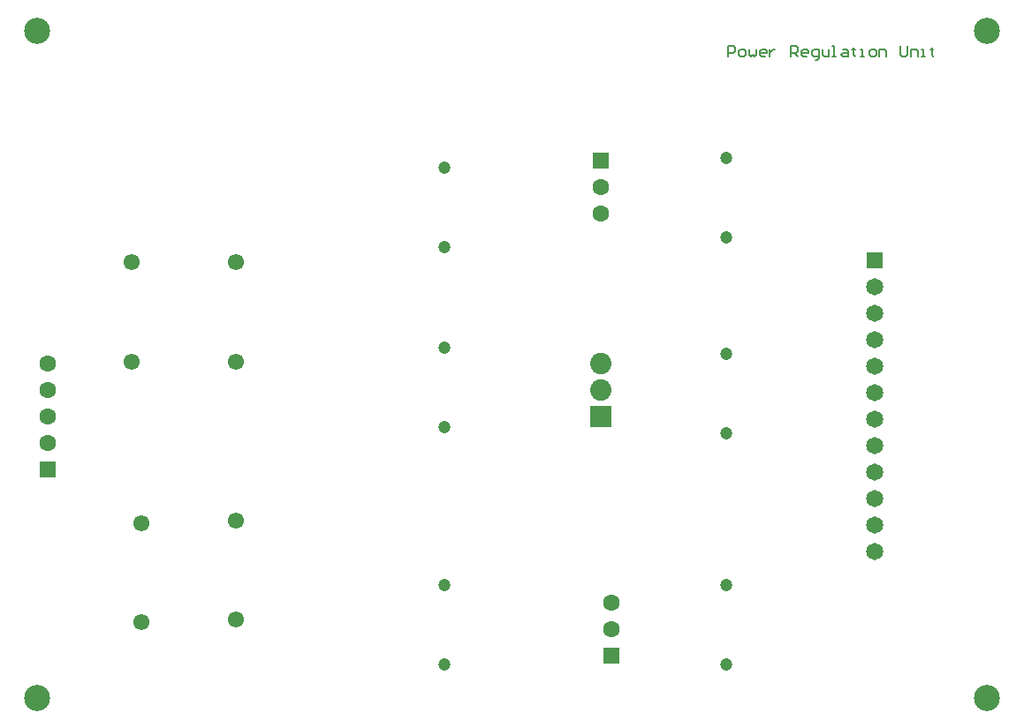
<source format=gtl>
G04*
G04 #@! TF.GenerationSoftware,Altium Limited,Altium Designer,23.0.1 (38)*
G04*
G04 Layer_Physical_Order=1*
G04 Layer_Color=255*
%FSLAX44Y44*%
%MOMM*%
G71*
G04*
G04 #@! TF.SameCoordinates,F02949BF-B442-4A25-BC58-536D77071835*
G04*
G04*
G04 #@! TF.FilePolarity,Positive*
G04*
G01*
G75*
%ADD11C,0.2000*%
%ADD17C,2.0500*%
%ADD18R,2.0500X2.0500*%
%ADD26C,1.6000*%
%ADD27R,1.6000X1.6000*%
%ADD28C,1.2000*%
%ADD29C,1.6500*%
%ADD30R,1.6500X1.6500*%
%ADD31C,1.5500*%
%ADD32R,1.6000X1.6000*%
%ADD33R,1.6000X1.6000*%
%ADD34C,1.6000*%
%ADD35C,2.5000*%
D11*
X692000Y645332D02*
Y655329D01*
X696998D01*
X698664Y653663D01*
Y650331D01*
X696998Y648664D01*
X692000D01*
X703663Y645332D02*
X706995D01*
X708661Y646998D01*
Y650331D01*
X706995Y651997D01*
X703663D01*
X701997Y650331D01*
Y646998D01*
X703663Y645332D01*
X711993Y651997D02*
Y646998D01*
X713660Y645332D01*
X715326Y646998D01*
X716992Y645332D01*
X718658Y646998D01*
Y651997D01*
X726989Y645332D02*
X723656D01*
X721990Y646998D01*
Y650331D01*
X723656Y651997D01*
X726989D01*
X728655Y650331D01*
Y648664D01*
X721990D01*
X731987Y651997D02*
Y645332D01*
Y648664D01*
X733653Y650331D01*
X735319Y651997D01*
X736985D01*
X751981Y645332D02*
Y655329D01*
X756979D01*
X758645Y653663D01*
Y650331D01*
X756979Y648664D01*
X751981D01*
X755313D02*
X758645Y645332D01*
X766976D02*
X763644D01*
X761977Y646998D01*
Y650331D01*
X763644Y651997D01*
X766976D01*
X768642Y650331D01*
Y648664D01*
X761977D01*
X775306Y642000D02*
X776973D01*
X778639Y643666D01*
Y651997D01*
X773640D01*
X771974Y650331D01*
Y646998D01*
X773640Y645332D01*
X778639D01*
X781971Y651997D02*
Y646998D01*
X783637Y645332D01*
X788635D01*
Y651997D01*
X791968Y645332D02*
X795300D01*
X793634D01*
Y655329D01*
X791968D01*
X801965Y651997D02*
X805297D01*
X806963Y650331D01*
Y645332D01*
X801965D01*
X800298Y646998D01*
X801965Y648664D01*
X806963D01*
X811961Y653663D02*
Y651997D01*
X810295D01*
X813627D01*
X811961D01*
Y646998D01*
X813627Y645332D01*
X818626D02*
X821958D01*
X820292D01*
Y651997D01*
X818626D01*
X828623Y645332D02*
X831955D01*
X833621Y646998D01*
Y650331D01*
X831955Y651997D01*
X828623D01*
X826956Y650331D01*
Y646998D01*
X828623Y645332D01*
X836953D02*
Y651997D01*
X841952D01*
X843618Y650331D01*
Y645332D01*
X856947Y655329D02*
Y646998D01*
X858613Y645332D01*
X861945D01*
X863611Y646998D01*
Y655329D01*
X866944Y645332D02*
Y651997D01*
X871942D01*
X873608Y650331D01*
Y645332D01*
X876940D02*
X880273D01*
X878606D01*
Y651997D01*
X876940D01*
X886937Y653663D02*
Y651997D01*
X885271D01*
X888603D01*
X886937D01*
Y646998D01*
X888603Y645332D01*
D17*
X570000Y350700D02*
D03*
Y325350D02*
D03*
D18*
Y300000D02*
D03*
D26*
Y494600D02*
D03*
Y520000D02*
D03*
X40000Y300000D02*
D03*
Y274600D02*
D03*
Y325400D02*
D03*
Y350800D02*
D03*
D27*
X570000Y545400D02*
D03*
D28*
X690000Y471900D02*
D03*
Y548100D02*
D03*
X420000Y538100D02*
D03*
Y461900D02*
D03*
X690000Y360000D02*
D03*
Y283800D02*
D03*
X420000Y290000D02*
D03*
Y366200D02*
D03*
X690000Y138100D02*
D03*
Y61900D02*
D03*
X420000Y138100D02*
D03*
Y61900D02*
D03*
D29*
X832300Y322700D02*
D03*
Y348100D02*
D03*
Y373500D02*
D03*
Y424300D02*
D03*
Y398900D02*
D03*
Y297300D02*
D03*
Y271900D02*
D03*
Y246500D02*
D03*
Y221100D02*
D03*
Y195700D02*
D03*
Y170300D02*
D03*
D30*
Y449700D02*
D03*
D31*
X220000Y352300D02*
D03*
Y447700D02*
D03*
X120000D02*
D03*
Y352300D02*
D03*
X220000Y200000D02*
D03*
Y104600D02*
D03*
X130000Y102300D02*
D03*
Y197700D02*
D03*
D32*
X40000Y249200D02*
D03*
D33*
X580000Y70000D02*
D03*
D34*
Y95400D02*
D03*
Y120800D02*
D03*
D35*
X30000Y670000D02*
D03*
Y30000D02*
D03*
X940000D02*
D03*
Y670000D02*
D03*
M02*

</source>
